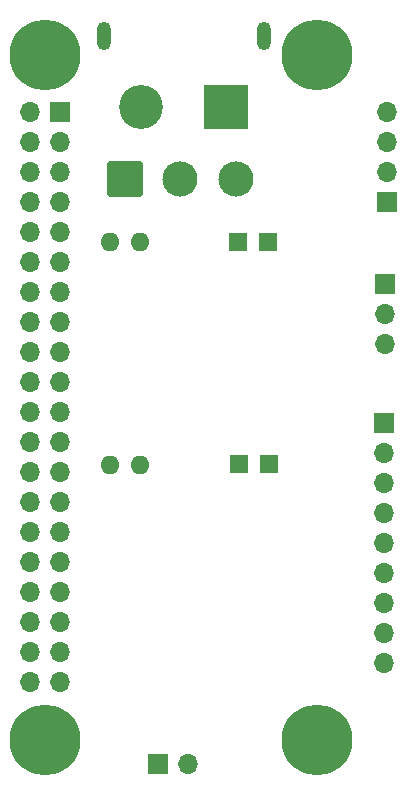
<source format=gbr>
%TF.GenerationSoftware,KiCad,Pcbnew,(6.0.5-0)*%
%TF.CreationDate,2024-03-04T13:36:45-05:00*%
%TF.ProjectId,CubeSat PCB V0.3,43756265-5361-4742-9050-43422056302e,rev?*%
%TF.SameCoordinates,Original*%
%TF.FileFunction,Soldermask,Bot*%
%TF.FilePolarity,Negative*%
%FSLAX46Y46*%
G04 Gerber Fmt 4.6, Leading zero omitted, Abs format (unit mm)*
G04 Created by KiCad (PCBNEW (6.0.5-0)) date 2024-03-04 13:36:45*
%MOMM*%
%LPD*%
G01*
G04 APERTURE LIST*
G04 Aperture macros list*
%AMRoundRect*
0 Rectangle with rounded corners*
0 $1 Rounding radius*
0 $2 $3 $4 $5 $6 $7 $8 $9 X,Y pos of 4 corners*
0 Add a 4 corners polygon primitive as box body*
4,1,4,$2,$3,$4,$5,$6,$7,$8,$9,$2,$3,0*
0 Add four circle primitives for the rounded corners*
1,1,$1+$1,$2,$3*
1,1,$1+$1,$4,$5*
1,1,$1+$1,$6,$7*
1,1,$1+$1,$8,$9*
0 Add four rect primitives between the rounded corners*
20,1,$1+$1,$2,$3,$4,$5,0*
20,1,$1+$1,$4,$5,$6,$7,0*
20,1,$1+$1,$6,$7,$8,$9,0*
20,1,$1+$1,$8,$9,$2,$3,0*%
G04 Aperture macros list end*
%ADD10R,1.700000X1.700000*%
%ADD11O,1.700000X1.700000*%
%ADD12C,6.000000*%
%ADD13R,1.600000X1.600000*%
%ADD14O,1.600000X1.600000*%
%ADD15R,3.716000X3.716000*%
%ADD16C,3.716000*%
%ADD17O,1.200000X2.400000*%
%ADD18RoundRect,0.102000X-1.387500X-1.387500X1.387500X-1.387500X1.387500X1.387500X-1.387500X1.387500X0*%
%ADD19C,2.979000*%
G04 APERTURE END LIST*
D10*
%TO.C,J7*%
X98325000Y-125500000D03*
D11*
X100865000Y-125500000D03*
%TD*%
D12*
%TO.C,J1*%
X111805000Y-123480000D03*
X88805000Y-123480000D03*
X111805000Y-65480000D03*
X88805000Y-65480000D03*
D10*
X90075000Y-70350000D03*
D11*
X87535000Y-70350000D03*
X90075000Y-72890000D03*
X87535000Y-72890000D03*
X90075000Y-75430000D03*
X87535000Y-75430000D03*
X90075000Y-77970000D03*
X87535000Y-77970000D03*
X90075000Y-80510000D03*
X87535000Y-80510000D03*
X90075000Y-83050000D03*
X87535000Y-83050000D03*
X90075000Y-85590000D03*
X87535000Y-85590000D03*
X90075000Y-88130000D03*
X87535000Y-88130000D03*
X90075000Y-90670000D03*
X87535000Y-90670000D03*
X90075000Y-93210000D03*
X87535000Y-93210000D03*
X90075000Y-95750000D03*
X87535000Y-95750000D03*
X90075000Y-98290000D03*
X87535000Y-98290000D03*
X90075000Y-100830000D03*
X87535000Y-100830000D03*
X90075000Y-103370000D03*
X87535000Y-103370000D03*
X90075000Y-105910000D03*
X87535000Y-105910000D03*
X90075000Y-108450000D03*
X87535000Y-108450000D03*
X90075000Y-110990000D03*
X87535000Y-110990000D03*
X90075000Y-113530000D03*
X87535000Y-113530000D03*
X90075000Y-116070000D03*
X87535000Y-116070000D03*
X90075000Y-118610000D03*
X87535000Y-118610000D03*
%TD*%
D13*
%TO.C,U1*%
X107662000Y-81340000D03*
X105122000Y-81340000D03*
D14*
X96867000Y-81314600D03*
X94327000Y-81340000D03*
D13*
X107789000Y-100136000D03*
X105249000Y-100136000D03*
D14*
X94327000Y-100263000D03*
X96867000Y-100237600D03*
%TD*%
D15*
%TO.C,J4*%
X104150000Y-69900000D03*
D16*
X96950000Y-69900000D03*
D17*
X107300000Y-63900000D03*
X93800000Y-63900000D03*
%TD*%
D18*
%TO.C,SW1*%
X95550000Y-75975000D03*
D19*
X100250000Y-75975000D03*
X104950000Y-75975000D03*
%TD*%
D10*
%TO.C,J5*%
X117550000Y-84875000D03*
D11*
X117550000Y-87415000D03*
X117550000Y-89955000D03*
%TD*%
D10*
%TO.C,J2*%
X117725000Y-78000000D03*
D11*
X117725000Y-75460000D03*
X117725000Y-72920000D03*
X117725000Y-70380000D03*
%TD*%
D10*
%TO.C,J3*%
X117525000Y-96650000D03*
D11*
X117525000Y-99190000D03*
X117525000Y-101730000D03*
X117525000Y-104270000D03*
X117525000Y-106810000D03*
X117525000Y-109350000D03*
X117525000Y-111890000D03*
X117525000Y-114430000D03*
X117525000Y-116970000D03*
%TD*%
M02*

</source>
